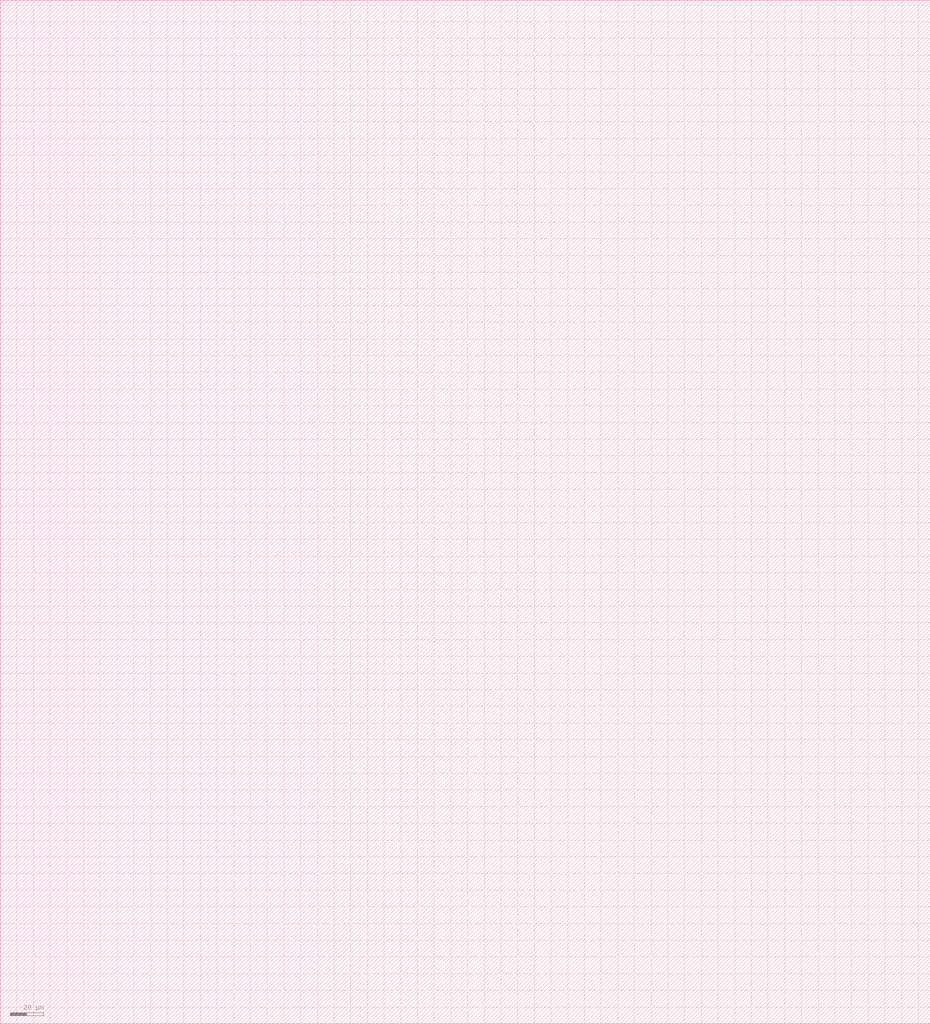
<source format=lef>
MACRO MAS4478
     SIZE 47.400 BY 599.400 ;
END MAS4478

MACRO MAS4479
     SIZE 54.600 BY 68.400 ;
END MAS4479

MACRO MAS4480
     SIZE 41.600 BY 44.100 ;
END MAS4480

MACRO MAS4481
     SIZE 557.200 BY 612.900 ;
END MAS4481

MACRO MAS4482
     SIZE 64.600 BY 265.500 ;
END MAS4482

MACRO MAS4483
     SIZE 53.300 BY 337.500 ;
END MAS4483

MACRO MAS4484
     SIZE 41.600 BY 44.100 ;
END MAS4484

MACRO MAS4485
     SIZE 108.400 BY 340.200 ;
END MAS4485

MACRO MAS4486
     SIZE 23.200 BY 29.700 ;
END MAS4486

MACRO MAS4487
     SIZE 108.400 BY 263.700 ;
END MAS4487

MACRO MAS4488
     SIZE 71.600 BY 81.900 ;
END MAS4488

MACRO MAS4489
     SIZE 23.200 BY 29.700 ;
END MAS4489

MACRO MAS4490
     SIZE 58.800 BY 204.300 ;
END MAS4490

MACRO MAS4491
     SIZE 71.600 BY 81.900 ;
END MAS4491

MACRO MAS4492
     SIZE 21.700 BY 20.700 ;
END MAS4492

MACRO MAS4493
     SIZE 38.900 BY 118.800 ;
END MAS4493

MACRO MAS4494
     SIZE 77.900 BY 177.300 ;
END MAS4494

MACRO MAS4495
     SIZE 34.100 BY 36.900 ;
END MAS4495

MACRO MAS4496
     SIZE 58.800 BY 194.400 ;
END MAS4496

MACRO MAS4497
     SIZE 71.600 BY 81.000 ;
END MAS4497

MACRO MAS4498
     SIZE 21.700 BY 20.700 ;
END MAS4498

MACRO MAS4499
     SIZE 77.900 BY 171.000 ;
END MAS4499

MACRO MAS4500
     SIZE 54.600 BY 68.400 ;
END MAS4500

MACRO MAS4501
     SIZE 34.100 BY 36.000 ;
END MAS4501

MACRO MAS4502
     SIZE 58.800 BY 195.300 ;
END MAS4502

MACRO MAS4503
     SIZE 21.700 BY 21.600 ;
END MAS4503

MACRO MAS4504
     SIZE 230.500 BY 301.500 ;
END MAS4504

MACRO MAS4505
     SIZE 64.400 BY 67.500 ;
END MAS4505

MACRO MAS4506
     SIZE 33.600 BY 33.300 ;
END MAS4506

MACRO MAS4507
     SIZE 230.500 BY 301.500 ;
END MAS4507

MACRO MAS4508
     SIZE 33.600 BY 33.300 ;
END MAS4508

MACRO MAS4509
     SIZE 49.200 BY 117.900 ;
END MAS4509

MACRO MAS4510
     SIZE 19.700 BY 18.000 ;
END MAS4510

MACRO MAS4511
     SIZE 58.800 BY 112.500 ;
END MAS4511

MACRO MAS4512
     SIZE 19.700 BY 17.100 ;
END MAS4512

MACRO MAS4513
     SIZE 49.200 BY 131.400 ;
END MAS4513

MACRO MAS4514
     SIZE 19.700 BY 17.100 ;
END MAS4514

MACRO MAS4515
     SIZE 77.900 BY 610.200 ;
END MAS4515

MACRO MAS4516
     SIZE 41.600 BY 44.100 ;
END MAS4516

MACRO MAS4517
     SIZE 77.900 BY 610.200 ;
END MAS4517

MACRO MAS4518
     SIZE 77.900 BY 610.200 ;
END MAS4518

MACRO MAS4519
     SIZE 77.900 BY 610.200 ;
END MAS4519

MACRO MAS4520
     SIZE 54.600 BY 68.400 ;
END MAS4520

MACRO MAS4521
     SIZE 41.600 BY 44.100 ;
END MAS4521

MACRO MAS4522
     SIZE 77.900 BY 610.200 ;
END MAS4522

MACRO MAS4523
     SIZE 41.600 BY 43.200 ;
END MAS4523

MACRO MAS4524
     SIZE 77.900 BY 610.200 ;
END MAS4524

MACRO MAS4525
     SIZE 77.900 BY 610.200 ;
END MAS4525

MACRO MAS4526
     SIZE 77.900 BY 610.200 ;
END MAS4526

MACRO MAS4527
     SIZE 54.600 BY 67.500 ;
END MAS4527

MACRO MAS4528
     SIZE 49.200 BY 122.400 ;
END MAS4528

MACRO MAS4529
     SIZE 71.600 BY 81.900 ;
END MAS4529

MACRO MAS4530
     SIZE 19.700 BY 18.000 ;
END MAS4530

MACRO MAS4531
     SIZE 12.600 BY 189.000 ;
END MAS4531

MACRO MAS4532
     SIZE 18.900 BY 225.900 ;
END MAS4532

MACRO MAS4533
     SIZE 18.900 BY 225.900 ;
END MAS4533

MACRO MAS4534
     SIZE 18.900 BY 210.600 ;
END MAS4534

MACRO MAS4535
     SIZE 18.900 BY 210.600 ;
END MAS4535

MACRO MAS4536
     SIZE 12.600 BY 177.300 ;
END MAS4536

MACRO MAS4537
     SIZE 12.600 BY 55.800 ;
END MAS4537

MACRO MAS4538
     SIZE 12.600 BY 146.700 ;
END MAS4538

MACRO MAS4539
     SIZE 18.900 BY 255.600 ;
END MAS4539

MACRO MAS4540
     SIZE 18.900 BY 255.600 ;
END MAS4540

MACRO MAS4541
     SIZE 18.900 BY 246.600 ;
END MAS4541

MACRO MAS4542
     SIZE 18.900 BY 246.600 ;
END MAS4542

MACRO MAS4543
     SIZE 7.300 BY 7.200 ;
END MAS4543

MACRO MAS4544
     SIZE 7.300 BY 7.200 ;
END MAS4544

END LIBRARY

</source>
